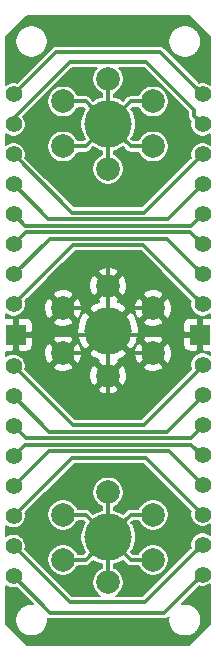
<source format=gbr>
G04 #@! TF.GenerationSoftware,KiCad,Pcbnew,5.1.5-52549c5~84~ubuntu18.04.1*
G04 #@! TF.CreationDate,2020-01-14T19:02:19-08:00*
G04 #@! TF.ProjectId,somos_dielectrode_v1.0,736f6d6f-735f-4646-9965-6c656374726f,rev?*
G04 #@! TF.SameCoordinates,Original*
G04 #@! TF.FileFunction,Copper,L2,Bot*
G04 #@! TF.FilePolarity,Positive*
%FSLAX46Y46*%
G04 Gerber Fmt 4.6, Leading zero omitted, Abs format (unit mm)*
G04 Created by KiCad (PCBNEW 5.1.5-52549c5~84~ubuntu18.04.1) date 2020-01-14 19:02:19*
%MOMM*%
%LPD*%
G04 APERTURE LIST*
%ADD10R,1.700000X1.700000*%
%ADD11C,1.400000*%
%ADD12C,2.000000*%
%ADD13C,4.000000*%
%ADD14C,0.800000*%
%ADD15C,0.350000*%
%ADD16C,0.160000*%
G04 APERTURE END LIST*
D10*
X142200000Y-100330000D03*
X157800000Y-100330000D03*
D11*
X142000000Y-97780000D03*
X142000000Y-95240000D03*
X142000000Y-92700000D03*
X142000000Y-90160000D03*
X142000000Y-87620000D03*
X142000000Y-85080000D03*
X142000000Y-82540000D03*
X142000000Y-80000000D03*
X142000000Y-120780000D03*
X142000000Y-118240000D03*
X142000000Y-115700000D03*
X142000000Y-113160000D03*
X142000000Y-110620000D03*
X142000000Y-108080000D03*
X142000000Y-105540000D03*
X142000000Y-103000000D03*
X158000000Y-120650000D03*
X158000000Y-118110000D03*
X158000000Y-115570000D03*
X158000000Y-113030000D03*
X158000000Y-110490000D03*
X158000000Y-107950000D03*
X158000000Y-105410000D03*
X158000000Y-102870000D03*
X158000000Y-97780000D03*
X158000000Y-95240000D03*
X158000000Y-92700000D03*
X158000000Y-90160000D03*
X158000000Y-87620000D03*
X158000000Y-85080000D03*
X158000000Y-82540000D03*
X158000000Y-80000000D03*
D12*
X146190000Y-115595000D03*
X153810000Y-115595000D03*
X153810000Y-119405000D03*
X146190000Y-119405000D03*
X150000000Y-113690000D03*
X150000000Y-121310000D03*
D13*
X150000000Y-117500000D03*
D12*
X146190000Y-80595000D03*
X153810000Y-80595000D03*
X153810000Y-84405000D03*
X146190000Y-84405000D03*
X150000000Y-78690000D03*
X150000000Y-86310000D03*
D13*
X150000000Y-82500000D03*
X150000000Y-100000000D03*
D12*
X150000000Y-103810000D03*
X150000000Y-96190000D03*
X146190000Y-101905000D03*
X153810000Y-101905000D03*
X153810000Y-98095000D03*
X146190000Y-98095000D03*
D14*
X150000000Y-75000000D03*
X150000000Y-125000000D03*
X148082000Y-112268000D03*
X150000000Y-94000000D03*
X152146000Y-87500000D03*
X150000000Y-105800000D03*
D15*
X154765989Y-76765989D02*
X157300001Y-79300001D01*
X157300001Y-79300001D02*
X158000000Y-80000000D01*
X142000000Y-80000000D02*
X145234011Y-76765989D01*
X154400000Y-76400000D02*
X154765989Y-76765989D01*
X145234011Y-76765989D02*
X145600000Y-76400000D01*
X145600000Y-76400000D02*
X154400000Y-76400000D01*
X157300001Y-81840001D02*
X158000000Y-82540000D01*
X157300001Y-81300001D02*
X157300001Y-81840001D01*
X153216000Y-77216000D02*
X157300001Y-81300001D01*
X146754000Y-77216000D02*
X153216000Y-77216000D01*
X142000000Y-82540000D02*
X142000000Y-81970000D01*
X142000000Y-81970000D02*
X146754000Y-77216000D01*
X146920000Y-90000000D02*
X153080000Y-90000000D01*
X153080000Y-90000000D02*
X157300001Y-85779999D01*
X157300001Y-85779999D02*
X158000000Y-85080000D01*
X142000000Y-85080000D02*
X146920000Y-90000000D01*
X144930011Y-90550011D02*
X155069989Y-90550011D01*
X155069989Y-90550011D02*
X157300001Y-88319999D01*
X142000000Y-87620000D02*
X144930011Y-90550011D01*
X157300001Y-88319999D02*
X158000000Y-87620000D01*
X157300001Y-90859999D02*
X158000000Y-90160000D01*
X142940022Y-91100022D02*
X157059978Y-91100022D01*
X157059978Y-91100022D02*
X157300001Y-90859999D01*
X142000000Y-90160000D02*
X142940022Y-91100022D01*
X143049967Y-91650033D02*
X156950033Y-91650033D01*
X157300001Y-92000001D02*
X158000000Y-92700000D01*
X156950033Y-91650033D02*
X157300001Y-92000001D01*
X142000000Y-92700000D02*
X143049967Y-91650033D01*
X157300001Y-94540001D02*
X158000000Y-95240000D01*
X154960044Y-92200044D02*
X157300001Y-94540001D01*
X145039956Y-92200044D02*
X154960044Y-92200044D01*
X142000000Y-95240000D02*
X145039956Y-92200044D01*
X142000000Y-97780000D02*
X147029945Y-92750055D01*
X147029945Y-92750055D02*
X152970055Y-92750055D01*
X157300001Y-97080001D02*
X158000000Y-97780000D01*
X152970055Y-92750055D02*
X157300001Y-97080001D01*
X154755989Y-123894011D02*
X157300001Y-121349999D01*
X157300001Y-121349999D02*
X158000000Y-120650000D01*
X142000000Y-120780000D02*
X145114011Y-123894011D01*
X145114011Y-123894011D02*
X154755989Y-123894011D01*
X157300001Y-118809999D02*
X158000000Y-118110000D01*
X153110000Y-123000000D02*
X157300001Y-118809999D01*
X142000000Y-118240000D02*
X146760000Y-123000000D01*
X146760000Y-123000000D02*
X153110000Y-123000000D01*
X142000000Y-115700000D02*
X146949945Y-110750055D01*
X146949945Y-110750055D02*
X153180055Y-110750055D01*
X157300001Y-114870001D02*
X158000000Y-115570000D01*
X153180055Y-110750055D02*
X157300001Y-114870001D01*
X142000000Y-113160000D02*
X144959956Y-110200044D01*
X155170044Y-110200044D02*
X157300001Y-112330001D01*
X157300001Y-112330001D02*
X158000000Y-113030000D01*
X144959956Y-110200044D02*
X155170044Y-110200044D01*
X157030033Y-109650033D02*
X158000000Y-110620000D01*
X142969967Y-109650033D02*
X157030033Y-109650033D01*
X142000000Y-110620000D02*
X142969967Y-109650033D01*
X156979978Y-109100022D02*
X158000000Y-108080000D01*
X143020022Y-109100022D02*
X156979978Y-109100022D01*
X142000000Y-108080000D02*
X143020022Y-109100022D01*
X145010011Y-108550011D02*
X154989989Y-108550011D01*
X142000000Y-105540000D02*
X145010011Y-108550011D01*
X154989989Y-108550011D02*
X158000000Y-105540000D01*
X153000000Y-108000000D02*
X158000000Y-103000000D01*
X147000000Y-108000000D02*
X153000000Y-108000000D01*
X142000000Y-103000000D02*
X147000000Y-108000000D01*
X148095000Y-119405000D02*
X150000000Y-117500000D01*
X146190000Y-119405000D02*
X148095000Y-119405000D01*
X151905000Y-119405000D02*
X150000000Y-117500000D01*
X153810000Y-119405000D02*
X151905000Y-119405000D01*
X150000000Y-119895787D02*
X150000000Y-117500000D01*
X150000000Y-121310000D02*
X150000000Y-119895787D01*
X148095000Y-115595000D02*
X150000000Y-117500000D01*
X146190000Y-115595000D02*
X148095000Y-115595000D01*
X151905000Y-115595000D02*
X150000000Y-117500000D01*
X153810000Y-115595000D02*
X151905000Y-115595000D01*
X150000000Y-113690000D02*
X150000000Y-117500000D01*
X150000000Y-78690000D02*
X150000000Y-82500000D01*
X148095000Y-80595000D02*
X150000000Y-82500000D01*
X146190000Y-80595000D02*
X148095000Y-80595000D01*
X151905000Y-80595000D02*
X150000000Y-82500000D01*
X153810000Y-80595000D02*
X151905000Y-80595000D01*
X151905000Y-84405000D02*
X150000000Y-82500000D01*
X153810000Y-84405000D02*
X151905000Y-84405000D01*
X148095000Y-84405000D02*
X150000000Y-82500000D01*
X146190000Y-84405000D02*
X148095000Y-84405000D01*
X150000000Y-84895787D02*
X150000000Y-82500000D01*
X150000000Y-86310000D02*
X150000000Y-84895787D01*
X148095000Y-98095000D02*
X150000000Y-100000000D01*
X146190000Y-98095000D02*
X148095000Y-98095000D01*
X151905000Y-98095000D02*
X150000000Y-100000000D01*
X153810000Y-98095000D02*
X151905000Y-98095000D01*
X151905000Y-101905000D02*
X150000000Y-100000000D01*
X153810000Y-101905000D02*
X151905000Y-101905000D01*
X148095000Y-101905000D02*
X150000000Y-100000000D01*
X146190000Y-101905000D02*
X148095000Y-101905000D01*
X150000000Y-102395787D02*
X150000000Y-100000000D01*
X150000000Y-103810000D02*
X150000000Y-102395787D01*
X150000000Y-96190000D02*
X150000000Y-100000000D01*
X149670000Y-100330000D02*
X150000000Y-100000000D01*
X141986000Y-100330000D02*
X149670000Y-100330000D01*
X150330000Y-100330000D02*
X150000000Y-100000000D01*
X157988000Y-100330000D02*
X150330000Y-100330000D01*
X150000000Y-96190000D02*
X150000000Y-94000000D01*
X150000000Y-103810000D02*
X150000000Y-105800000D01*
D16*
G36*
X158635000Y-124848812D02*
G01*
X156848813Y-126635000D01*
X143151188Y-126635000D01*
X141365000Y-124848813D01*
X141365000Y-121606504D01*
X141507375Y-121701636D01*
X141696643Y-121780033D01*
X141897569Y-121820000D01*
X142102431Y-121820000D01*
X142276964Y-121785283D01*
X143601680Y-123110000D01*
X143363097Y-123110000D01*
X143094552Y-123163417D01*
X142841588Y-123268198D01*
X142613926Y-123420316D01*
X142420316Y-123613926D01*
X142268198Y-123841588D01*
X142163417Y-124094552D01*
X142110000Y-124363097D01*
X142110000Y-124636903D01*
X142163417Y-124905448D01*
X142268198Y-125158412D01*
X142420316Y-125386074D01*
X142613926Y-125579684D01*
X142841588Y-125731802D01*
X143094552Y-125836583D01*
X143363097Y-125890000D01*
X143636903Y-125890000D01*
X143905448Y-125836583D01*
X144158412Y-125731802D01*
X144386074Y-125579684D01*
X144579684Y-125386074D01*
X144731802Y-125158412D01*
X144836583Y-124905448D01*
X144890000Y-124636903D01*
X144890000Y-124363097D01*
X144888916Y-124357646D01*
X144915976Y-124372110D01*
X145013054Y-124401559D01*
X145088718Y-124409011D01*
X145088726Y-124409011D01*
X145114011Y-124411501D01*
X145139296Y-124409011D01*
X154730707Y-124409011D01*
X154755989Y-124411501D01*
X154781271Y-124409011D01*
X154781282Y-124409011D01*
X154856946Y-124401559D01*
X154954024Y-124372110D01*
X155043492Y-124324289D01*
X155121910Y-124259932D01*
X155133276Y-124246083D01*
X155110000Y-124363097D01*
X155110000Y-124636903D01*
X155163417Y-124905448D01*
X155268198Y-125158412D01*
X155420316Y-125386074D01*
X155613926Y-125579684D01*
X155841588Y-125731802D01*
X156094552Y-125836583D01*
X156363097Y-125890000D01*
X156636903Y-125890000D01*
X156905448Y-125836583D01*
X157158412Y-125731802D01*
X157386074Y-125579684D01*
X157579684Y-125386074D01*
X157731802Y-125158412D01*
X157836583Y-124905448D01*
X157890000Y-124636903D01*
X157890000Y-124363097D01*
X157836583Y-124094552D01*
X157731802Y-123841588D01*
X157579684Y-123613926D01*
X157386074Y-123420316D01*
X157158412Y-123268198D01*
X156905448Y-123163417D01*
X156636903Y-123110000D01*
X156363097Y-123110000D01*
X156244786Y-123133534D01*
X157682045Y-121696275D01*
X157682049Y-121696270D01*
X157723036Y-121655283D01*
X157897569Y-121690000D01*
X158102431Y-121690000D01*
X158303357Y-121650033D01*
X158492625Y-121571636D01*
X158635000Y-121476504D01*
X158635000Y-124848812D01*
G37*
X158635000Y-124848812D02*
X156848813Y-126635000D01*
X143151188Y-126635000D01*
X141365000Y-124848813D01*
X141365000Y-121606504D01*
X141507375Y-121701636D01*
X141696643Y-121780033D01*
X141897569Y-121820000D01*
X142102431Y-121820000D01*
X142276964Y-121785283D01*
X143601680Y-123110000D01*
X143363097Y-123110000D01*
X143094552Y-123163417D01*
X142841588Y-123268198D01*
X142613926Y-123420316D01*
X142420316Y-123613926D01*
X142268198Y-123841588D01*
X142163417Y-124094552D01*
X142110000Y-124363097D01*
X142110000Y-124636903D01*
X142163417Y-124905448D01*
X142268198Y-125158412D01*
X142420316Y-125386074D01*
X142613926Y-125579684D01*
X142841588Y-125731802D01*
X143094552Y-125836583D01*
X143363097Y-125890000D01*
X143636903Y-125890000D01*
X143905448Y-125836583D01*
X144158412Y-125731802D01*
X144386074Y-125579684D01*
X144579684Y-125386074D01*
X144731802Y-125158412D01*
X144836583Y-124905448D01*
X144890000Y-124636903D01*
X144890000Y-124363097D01*
X144888916Y-124357646D01*
X144915976Y-124372110D01*
X145013054Y-124401559D01*
X145088718Y-124409011D01*
X145088726Y-124409011D01*
X145114011Y-124411501D01*
X145139296Y-124409011D01*
X154730707Y-124409011D01*
X154755989Y-124411501D01*
X154781271Y-124409011D01*
X154781282Y-124409011D01*
X154856946Y-124401559D01*
X154954024Y-124372110D01*
X155043492Y-124324289D01*
X155121910Y-124259932D01*
X155133276Y-124246083D01*
X155110000Y-124363097D01*
X155110000Y-124636903D01*
X155163417Y-124905448D01*
X155268198Y-125158412D01*
X155420316Y-125386074D01*
X155613926Y-125579684D01*
X155841588Y-125731802D01*
X156094552Y-125836583D01*
X156363097Y-125890000D01*
X156636903Y-125890000D01*
X156905448Y-125836583D01*
X157158412Y-125731802D01*
X157386074Y-125579684D01*
X157579684Y-125386074D01*
X157731802Y-125158412D01*
X157836583Y-124905448D01*
X157890000Y-124636903D01*
X157890000Y-124363097D01*
X157836583Y-124094552D01*
X157731802Y-123841588D01*
X157579684Y-123613926D01*
X157386074Y-123420316D01*
X157158412Y-123268198D01*
X156905448Y-123163417D01*
X156636903Y-123110000D01*
X156363097Y-123110000D01*
X156244786Y-123133534D01*
X157682045Y-121696275D01*
X157682049Y-121696270D01*
X157723036Y-121655283D01*
X157897569Y-121690000D01*
X158102431Y-121690000D01*
X158303357Y-121650033D01*
X158492625Y-121571636D01*
X158635000Y-121476504D01*
X158635000Y-124848812D01*
G36*
X156953726Y-115252046D02*
G01*
X156953731Y-115252050D01*
X156994717Y-115293036D01*
X156960000Y-115467569D01*
X156960000Y-115672431D01*
X156999967Y-115873357D01*
X157078364Y-116062625D01*
X157192179Y-116232961D01*
X157337039Y-116377821D01*
X157507375Y-116491636D01*
X157696643Y-116570033D01*
X157897569Y-116610000D01*
X158102431Y-116610000D01*
X158303357Y-116570033D01*
X158492625Y-116491636D01*
X158635000Y-116396504D01*
X158635000Y-117283496D01*
X158492625Y-117188364D01*
X158303357Y-117109967D01*
X158102431Y-117070000D01*
X157897569Y-117070000D01*
X157696643Y-117109967D01*
X157507375Y-117188364D01*
X157337039Y-117302179D01*
X157192179Y-117447039D01*
X157078364Y-117617375D01*
X156999967Y-117806643D01*
X156960000Y-118007569D01*
X156960000Y-118212431D01*
X156994717Y-118386964D01*
X156953730Y-118427951D01*
X156953725Y-118427955D01*
X152896681Y-122485000D01*
X150653425Y-122485000D01*
X150854200Y-122350846D01*
X151040846Y-122164200D01*
X151187493Y-121944728D01*
X151288505Y-121700864D01*
X151340000Y-121441979D01*
X151340000Y-121178021D01*
X151288505Y-120919136D01*
X151187493Y-120675272D01*
X151040846Y-120455800D01*
X150854200Y-120269154D01*
X150634728Y-120122507D01*
X150515000Y-120072914D01*
X150515000Y-119783403D01*
X150682553Y-119750075D01*
X151108406Y-119573681D01*
X151250450Y-119478770D01*
X151522959Y-119751279D01*
X151539079Y-119770921D01*
X151558721Y-119787041D01*
X151558724Y-119787044D01*
X151617496Y-119835278D01*
X151706964Y-119883099D01*
X151736413Y-119892032D01*
X151804043Y-119912548D01*
X151879707Y-119920000D01*
X151879717Y-119920000D01*
X151905000Y-119922490D01*
X151930282Y-119920000D01*
X152572914Y-119920000D01*
X152622507Y-120039728D01*
X152769154Y-120259200D01*
X152955800Y-120445846D01*
X153175272Y-120592493D01*
X153419136Y-120693505D01*
X153678021Y-120745000D01*
X153941979Y-120745000D01*
X154200864Y-120693505D01*
X154444728Y-120592493D01*
X154664200Y-120445846D01*
X154850846Y-120259200D01*
X154997493Y-120039728D01*
X155098505Y-119795864D01*
X155150000Y-119536979D01*
X155150000Y-119273021D01*
X155098505Y-119014136D01*
X154997493Y-118770272D01*
X154850846Y-118550800D01*
X154664200Y-118364154D01*
X154444728Y-118217507D01*
X154200864Y-118116495D01*
X153941979Y-118065000D01*
X153678021Y-118065000D01*
X153419136Y-118116495D01*
X153175272Y-118217507D01*
X152955800Y-118364154D01*
X152769154Y-118550800D01*
X152622507Y-118770272D01*
X152572914Y-118890000D01*
X152118320Y-118890000D01*
X151978770Y-118750450D01*
X152073681Y-118608406D01*
X152250075Y-118182553D01*
X152340000Y-117730470D01*
X152340000Y-117269530D01*
X152250075Y-116817447D01*
X152073681Y-116391594D01*
X151978770Y-116249550D01*
X152118320Y-116110000D01*
X152572914Y-116110000D01*
X152622507Y-116229728D01*
X152769154Y-116449200D01*
X152955800Y-116635846D01*
X153175272Y-116782493D01*
X153419136Y-116883505D01*
X153678021Y-116935000D01*
X153941979Y-116935000D01*
X154200864Y-116883505D01*
X154444728Y-116782493D01*
X154664200Y-116635846D01*
X154850846Y-116449200D01*
X154997493Y-116229728D01*
X155098505Y-115985864D01*
X155150000Y-115726979D01*
X155150000Y-115463021D01*
X155098505Y-115204136D01*
X154997493Y-114960272D01*
X154850846Y-114740800D01*
X154664200Y-114554154D01*
X154444728Y-114407507D01*
X154200864Y-114306495D01*
X153941979Y-114255000D01*
X153678021Y-114255000D01*
X153419136Y-114306495D01*
X153175272Y-114407507D01*
X152955800Y-114554154D01*
X152769154Y-114740800D01*
X152622507Y-114960272D01*
X152572914Y-115080000D01*
X151930282Y-115080000D01*
X151905000Y-115077510D01*
X151879717Y-115080000D01*
X151879707Y-115080000D01*
X151804043Y-115087452D01*
X151736413Y-115107968D01*
X151706964Y-115116901D01*
X151617496Y-115164722D01*
X151558724Y-115212956D01*
X151558721Y-115212959D01*
X151539079Y-115229079D01*
X151522959Y-115248721D01*
X151250450Y-115521230D01*
X151108406Y-115426319D01*
X150682553Y-115249925D01*
X150515000Y-115216597D01*
X150515000Y-114927086D01*
X150634728Y-114877493D01*
X150854200Y-114730846D01*
X151040846Y-114544200D01*
X151187493Y-114324728D01*
X151288505Y-114080864D01*
X151340000Y-113821979D01*
X151340000Y-113558021D01*
X151288505Y-113299136D01*
X151187493Y-113055272D01*
X151040846Y-112835800D01*
X150854200Y-112649154D01*
X150634728Y-112502507D01*
X150390864Y-112401495D01*
X150131979Y-112350000D01*
X149868021Y-112350000D01*
X149609136Y-112401495D01*
X149365272Y-112502507D01*
X149145800Y-112649154D01*
X148959154Y-112835800D01*
X148812507Y-113055272D01*
X148711495Y-113299136D01*
X148660000Y-113558021D01*
X148660000Y-113821979D01*
X148711495Y-114080864D01*
X148812507Y-114324728D01*
X148959154Y-114544200D01*
X149145800Y-114730846D01*
X149365272Y-114877493D01*
X149485000Y-114927086D01*
X149485000Y-115216597D01*
X149317447Y-115249925D01*
X148891594Y-115426319D01*
X148749550Y-115521230D01*
X148477046Y-115248727D01*
X148460921Y-115229079D01*
X148382503Y-115164722D01*
X148293035Y-115116901D01*
X148195957Y-115087452D01*
X148120293Y-115080000D01*
X148120282Y-115080000D01*
X148095000Y-115077510D01*
X148069718Y-115080000D01*
X147427086Y-115080000D01*
X147377493Y-114960272D01*
X147230846Y-114740800D01*
X147044200Y-114554154D01*
X146824728Y-114407507D01*
X146580864Y-114306495D01*
X146321979Y-114255000D01*
X146058021Y-114255000D01*
X145799136Y-114306495D01*
X145555272Y-114407507D01*
X145335800Y-114554154D01*
X145149154Y-114740800D01*
X145002507Y-114960272D01*
X144901495Y-115204136D01*
X144850000Y-115463021D01*
X144850000Y-115726979D01*
X144901495Y-115985864D01*
X145002507Y-116229728D01*
X145149154Y-116449200D01*
X145335800Y-116635846D01*
X145555272Y-116782493D01*
X145799136Y-116883505D01*
X146058021Y-116935000D01*
X146321979Y-116935000D01*
X146580864Y-116883505D01*
X146824728Y-116782493D01*
X147044200Y-116635846D01*
X147230846Y-116449200D01*
X147377493Y-116229728D01*
X147427086Y-116110000D01*
X147881681Y-116110000D01*
X148021230Y-116249550D01*
X147926319Y-116391594D01*
X147749925Y-116817447D01*
X147660000Y-117269530D01*
X147660000Y-117730470D01*
X147749925Y-118182553D01*
X147926319Y-118608406D01*
X148021230Y-118750450D01*
X147881681Y-118890000D01*
X147427086Y-118890000D01*
X147377493Y-118770272D01*
X147230846Y-118550800D01*
X147044200Y-118364154D01*
X146824728Y-118217507D01*
X146580864Y-118116495D01*
X146321979Y-118065000D01*
X146058021Y-118065000D01*
X145799136Y-118116495D01*
X145555272Y-118217507D01*
X145335800Y-118364154D01*
X145149154Y-118550800D01*
X145002507Y-118770272D01*
X144901495Y-119014136D01*
X144850000Y-119273021D01*
X144850000Y-119536979D01*
X144901495Y-119795864D01*
X145002507Y-120039728D01*
X145149154Y-120259200D01*
X145335800Y-120445846D01*
X145555272Y-120592493D01*
X145799136Y-120693505D01*
X146058021Y-120745000D01*
X146321979Y-120745000D01*
X146580864Y-120693505D01*
X146824728Y-120592493D01*
X147044200Y-120445846D01*
X147230846Y-120259200D01*
X147377493Y-120039728D01*
X147427086Y-119920000D01*
X148069718Y-119920000D01*
X148095000Y-119922490D01*
X148120282Y-119920000D01*
X148120293Y-119920000D01*
X148195957Y-119912548D01*
X148293035Y-119883099D01*
X148382503Y-119835278D01*
X148460921Y-119770921D01*
X148477046Y-119751273D01*
X148749550Y-119478770D01*
X148891594Y-119573681D01*
X149317447Y-119750075D01*
X149485000Y-119783403D01*
X149485000Y-119921079D01*
X149485001Y-119921089D01*
X149485001Y-120072914D01*
X149365272Y-120122507D01*
X149145800Y-120269154D01*
X148959154Y-120455800D01*
X148812507Y-120675272D01*
X148711495Y-120919136D01*
X148660000Y-121178021D01*
X148660000Y-121441979D01*
X148711495Y-121700864D01*
X148812507Y-121944728D01*
X148959154Y-122164200D01*
X149145800Y-122350846D01*
X149346575Y-122485000D01*
X146973320Y-122485000D01*
X143005283Y-118516964D01*
X143040000Y-118342431D01*
X143040000Y-118137569D01*
X143000033Y-117936643D01*
X142921636Y-117747375D01*
X142807821Y-117577039D01*
X142662961Y-117432179D01*
X142492625Y-117318364D01*
X142303357Y-117239967D01*
X142102431Y-117200000D01*
X141897569Y-117200000D01*
X141696643Y-117239967D01*
X141507375Y-117318364D01*
X141365000Y-117413496D01*
X141365000Y-116526504D01*
X141507375Y-116621636D01*
X141696643Y-116700033D01*
X141897569Y-116740000D01*
X142102431Y-116740000D01*
X142303357Y-116700033D01*
X142492625Y-116621636D01*
X142662961Y-116507821D01*
X142807821Y-116362961D01*
X142921636Y-116192625D01*
X143000033Y-116003357D01*
X143040000Y-115802431D01*
X143040000Y-115597569D01*
X143005283Y-115423036D01*
X147163265Y-111265055D01*
X152966736Y-111265055D01*
X156953726Y-115252046D01*
G37*
X156953726Y-115252046D02*
X156953731Y-115252050D01*
X156994717Y-115293036D01*
X156960000Y-115467569D01*
X156960000Y-115672431D01*
X156999967Y-115873357D01*
X157078364Y-116062625D01*
X157192179Y-116232961D01*
X157337039Y-116377821D01*
X157507375Y-116491636D01*
X157696643Y-116570033D01*
X157897569Y-116610000D01*
X158102431Y-116610000D01*
X158303357Y-116570033D01*
X158492625Y-116491636D01*
X158635000Y-116396504D01*
X158635000Y-117283496D01*
X158492625Y-117188364D01*
X158303357Y-117109967D01*
X158102431Y-117070000D01*
X157897569Y-117070000D01*
X157696643Y-117109967D01*
X157507375Y-117188364D01*
X157337039Y-117302179D01*
X157192179Y-117447039D01*
X157078364Y-117617375D01*
X156999967Y-117806643D01*
X156960000Y-118007569D01*
X156960000Y-118212431D01*
X156994717Y-118386964D01*
X156953730Y-118427951D01*
X156953725Y-118427955D01*
X152896681Y-122485000D01*
X150653425Y-122485000D01*
X150854200Y-122350846D01*
X151040846Y-122164200D01*
X151187493Y-121944728D01*
X151288505Y-121700864D01*
X151340000Y-121441979D01*
X151340000Y-121178021D01*
X151288505Y-120919136D01*
X151187493Y-120675272D01*
X151040846Y-120455800D01*
X150854200Y-120269154D01*
X150634728Y-120122507D01*
X150515000Y-120072914D01*
X150515000Y-119783403D01*
X150682553Y-119750075D01*
X151108406Y-119573681D01*
X151250450Y-119478770D01*
X151522959Y-119751279D01*
X151539079Y-119770921D01*
X151558721Y-119787041D01*
X151558724Y-119787044D01*
X151617496Y-119835278D01*
X151706964Y-119883099D01*
X151736413Y-119892032D01*
X151804043Y-119912548D01*
X151879707Y-119920000D01*
X151879717Y-119920000D01*
X151905000Y-119922490D01*
X151930282Y-119920000D01*
X152572914Y-119920000D01*
X152622507Y-120039728D01*
X152769154Y-120259200D01*
X152955800Y-120445846D01*
X153175272Y-120592493D01*
X153419136Y-120693505D01*
X153678021Y-120745000D01*
X153941979Y-120745000D01*
X154200864Y-120693505D01*
X154444728Y-120592493D01*
X154664200Y-120445846D01*
X154850846Y-120259200D01*
X154997493Y-120039728D01*
X155098505Y-119795864D01*
X155150000Y-119536979D01*
X155150000Y-119273021D01*
X155098505Y-119014136D01*
X154997493Y-118770272D01*
X154850846Y-118550800D01*
X154664200Y-118364154D01*
X154444728Y-118217507D01*
X154200864Y-118116495D01*
X153941979Y-118065000D01*
X153678021Y-118065000D01*
X153419136Y-118116495D01*
X153175272Y-118217507D01*
X152955800Y-118364154D01*
X152769154Y-118550800D01*
X152622507Y-118770272D01*
X152572914Y-118890000D01*
X152118320Y-118890000D01*
X151978770Y-118750450D01*
X152073681Y-118608406D01*
X152250075Y-118182553D01*
X152340000Y-117730470D01*
X152340000Y-117269530D01*
X152250075Y-116817447D01*
X152073681Y-116391594D01*
X151978770Y-116249550D01*
X152118320Y-116110000D01*
X152572914Y-116110000D01*
X152622507Y-116229728D01*
X152769154Y-116449200D01*
X152955800Y-116635846D01*
X153175272Y-116782493D01*
X153419136Y-116883505D01*
X153678021Y-116935000D01*
X153941979Y-116935000D01*
X154200864Y-116883505D01*
X154444728Y-116782493D01*
X154664200Y-116635846D01*
X154850846Y-116449200D01*
X154997493Y-116229728D01*
X155098505Y-115985864D01*
X155150000Y-115726979D01*
X155150000Y-115463021D01*
X155098505Y-115204136D01*
X154997493Y-114960272D01*
X154850846Y-114740800D01*
X154664200Y-114554154D01*
X154444728Y-114407507D01*
X154200864Y-114306495D01*
X153941979Y-114255000D01*
X153678021Y-114255000D01*
X153419136Y-114306495D01*
X153175272Y-114407507D01*
X152955800Y-114554154D01*
X152769154Y-114740800D01*
X152622507Y-114960272D01*
X152572914Y-115080000D01*
X151930282Y-115080000D01*
X151905000Y-115077510D01*
X151879717Y-115080000D01*
X151879707Y-115080000D01*
X151804043Y-115087452D01*
X151736413Y-115107968D01*
X151706964Y-115116901D01*
X151617496Y-115164722D01*
X151558724Y-115212956D01*
X151558721Y-115212959D01*
X151539079Y-115229079D01*
X151522959Y-115248721D01*
X151250450Y-115521230D01*
X151108406Y-115426319D01*
X150682553Y-115249925D01*
X150515000Y-115216597D01*
X150515000Y-114927086D01*
X150634728Y-114877493D01*
X150854200Y-114730846D01*
X151040846Y-114544200D01*
X151187493Y-114324728D01*
X151288505Y-114080864D01*
X151340000Y-113821979D01*
X151340000Y-113558021D01*
X151288505Y-113299136D01*
X151187493Y-113055272D01*
X151040846Y-112835800D01*
X150854200Y-112649154D01*
X150634728Y-112502507D01*
X150390864Y-112401495D01*
X150131979Y-112350000D01*
X149868021Y-112350000D01*
X149609136Y-112401495D01*
X149365272Y-112502507D01*
X149145800Y-112649154D01*
X148959154Y-112835800D01*
X148812507Y-113055272D01*
X148711495Y-113299136D01*
X148660000Y-113558021D01*
X148660000Y-113821979D01*
X148711495Y-114080864D01*
X148812507Y-114324728D01*
X148959154Y-114544200D01*
X149145800Y-114730846D01*
X149365272Y-114877493D01*
X149485000Y-114927086D01*
X149485000Y-115216597D01*
X149317447Y-115249925D01*
X148891594Y-115426319D01*
X148749550Y-115521230D01*
X148477046Y-115248727D01*
X148460921Y-115229079D01*
X148382503Y-115164722D01*
X148293035Y-115116901D01*
X148195957Y-115087452D01*
X148120293Y-115080000D01*
X148120282Y-115080000D01*
X148095000Y-115077510D01*
X148069718Y-115080000D01*
X147427086Y-115080000D01*
X147377493Y-114960272D01*
X147230846Y-114740800D01*
X147044200Y-114554154D01*
X146824728Y-114407507D01*
X146580864Y-114306495D01*
X146321979Y-114255000D01*
X146058021Y-114255000D01*
X145799136Y-114306495D01*
X145555272Y-114407507D01*
X145335800Y-114554154D01*
X145149154Y-114740800D01*
X145002507Y-114960272D01*
X144901495Y-115204136D01*
X144850000Y-115463021D01*
X144850000Y-115726979D01*
X144901495Y-115985864D01*
X145002507Y-116229728D01*
X145149154Y-116449200D01*
X145335800Y-116635846D01*
X145555272Y-116782493D01*
X145799136Y-116883505D01*
X146058021Y-116935000D01*
X146321979Y-116935000D01*
X146580864Y-116883505D01*
X146824728Y-116782493D01*
X147044200Y-116635846D01*
X147230846Y-116449200D01*
X147377493Y-116229728D01*
X147427086Y-116110000D01*
X147881681Y-116110000D01*
X148021230Y-116249550D01*
X147926319Y-116391594D01*
X147749925Y-116817447D01*
X147660000Y-117269530D01*
X147660000Y-117730470D01*
X147749925Y-118182553D01*
X147926319Y-118608406D01*
X148021230Y-118750450D01*
X147881681Y-118890000D01*
X147427086Y-118890000D01*
X147377493Y-118770272D01*
X147230846Y-118550800D01*
X147044200Y-118364154D01*
X146824728Y-118217507D01*
X146580864Y-118116495D01*
X146321979Y-118065000D01*
X146058021Y-118065000D01*
X145799136Y-118116495D01*
X145555272Y-118217507D01*
X145335800Y-118364154D01*
X145149154Y-118550800D01*
X145002507Y-118770272D01*
X144901495Y-119014136D01*
X144850000Y-119273021D01*
X144850000Y-119536979D01*
X144901495Y-119795864D01*
X145002507Y-120039728D01*
X145149154Y-120259200D01*
X145335800Y-120445846D01*
X145555272Y-120592493D01*
X145799136Y-120693505D01*
X146058021Y-120745000D01*
X146321979Y-120745000D01*
X146580864Y-120693505D01*
X146824728Y-120592493D01*
X147044200Y-120445846D01*
X147230846Y-120259200D01*
X147377493Y-120039728D01*
X147427086Y-119920000D01*
X148069718Y-119920000D01*
X148095000Y-119922490D01*
X148120282Y-119920000D01*
X148120293Y-119920000D01*
X148195957Y-119912548D01*
X148293035Y-119883099D01*
X148382503Y-119835278D01*
X148460921Y-119770921D01*
X148477046Y-119751273D01*
X148749550Y-119478770D01*
X148891594Y-119573681D01*
X149317447Y-119750075D01*
X149485000Y-119783403D01*
X149485000Y-119921079D01*
X149485001Y-119921089D01*
X149485001Y-120072914D01*
X149365272Y-120122507D01*
X149145800Y-120269154D01*
X148959154Y-120455800D01*
X148812507Y-120675272D01*
X148711495Y-120919136D01*
X148660000Y-121178021D01*
X148660000Y-121441979D01*
X148711495Y-121700864D01*
X148812507Y-121944728D01*
X148959154Y-122164200D01*
X149145800Y-122350846D01*
X149346575Y-122485000D01*
X146973320Y-122485000D01*
X143005283Y-118516964D01*
X143040000Y-118342431D01*
X143040000Y-118137569D01*
X143000033Y-117936643D01*
X142921636Y-117747375D01*
X142807821Y-117577039D01*
X142662961Y-117432179D01*
X142492625Y-117318364D01*
X142303357Y-117239967D01*
X142102431Y-117200000D01*
X141897569Y-117200000D01*
X141696643Y-117239967D01*
X141507375Y-117318364D01*
X141365000Y-117413496D01*
X141365000Y-116526504D01*
X141507375Y-116621636D01*
X141696643Y-116700033D01*
X141897569Y-116740000D01*
X142102431Y-116740000D01*
X142303357Y-116700033D01*
X142492625Y-116621636D01*
X142662961Y-116507821D01*
X142807821Y-116362961D01*
X142921636Y-116192625D01*
X143000033Y-116003357D01*
X143040000Y-115802431D01*
X143040000Y-115597569D01*
X143005283Y-115423036D01*
X147163265Y-111265055D01*
X152966736Y-111265055D01*
X156953726Y-115252046D01*
G36*
X156953725Y-97462045D02*
G01*
X156953730Y-97462049D01*
X156994717Y-97503036D01*
X156960000Y-97677569D01*
X156960000Y-97882431D01*
X156999967Y-98083357D01*
X157078364Y-98272625D01*
X157192179Y-98442961D01*
X157337039Y-98587821D01*
X157507375Y-98701636D01*
X157696643Y-98780033D01*
X157897569Y-98820000D01*
X158102431Y-98820000D01*
X158303357Y-98780033D01*
X158492625Y-98701636D01*
X158635001Y-98606504D01*
X158635001Y-98889236D01*
X158121000Y-98892000D01*
X157974000Y-99039000D01*
X157974000Y-100156000D01*
X157994000Y-100156000D01*
X157994000Y-100504000D01*
X157974000Y-100504000D01*
X157974000Y-101621000D01*
X158121000Y-101768000D01*
X158635000Y-101770764D01*
X158635000Y-102043496D01*
X158492625Y-101948364D01*
X158303357Y-101869967D01*
X158102431Y-101830000D01*
X157897569Y-101830000D01*
X157696643Y-101869967D01*
X157507375Y-101948364D01*
X157337039Y-102062179D01*
X157192179Y-102207039D01*
X157078364Y-102377375D01*
X156999967Y-102566643D01*
X156960000Y-102767569D01*
X156960000Y-102972431D01*
X156999967Y-103173357D01*
X157028775Y-103242905D01*
X152786681Y-107485000D01*
X147213320Y-107485000D01*
X144678315Y-104949995D01*
X149106078Y-104949995D01*
X149208442Y-105195512D01*
X149493951Y-105323315D01*
X149798908Y-105392962D01*
X150111592Y-105401777D01*
X150419988Y-105349422D01*
X150712245Y-105237906D01*
X150791558Y-105195512D01*
X150893922Y-104949995D01*
X150000000Y-104056073D01*
X149106078Y-104949995D01*
X144678315Y-104949995D01*
X143649912Y-103921592D01*
X148408223Y-103921592D01*
X148460578Y-104229988D01*
X148572094Y-104522245D01*
X148614488Y-104601558D01*
X148860005Y-104703922D01*
X149753927Y-103810000D01*
X150246073Y-103810000D01*
X151139995Y-104703922D01*
X151385512Y-104601558D01*
X151513315Y-104316049D01*
X151582962Y-104011092D01*
X151591777Y-103698408D01*
X151539422Y-103390012D01*
X151427906Y-103097755D01*
X151399705Y-103044995D01*
X152916078Y-103044995D01*
X153018442Y-103290512D01*
X153303951Y-103418315D01*
X153608908Y-103487962D01*
X153921592Y-103496777D01*
X154229988Y-103444422D01*
X154522245Y-103332906D01*
X154601558Y-103290512D01*
X154703922Y-103044995D01*
X153810000Y-102151073D01*
X152916078Y-103044995D01*
X151399705Y-103044995D01*
X151385512Y-103018442D01*
X151139995Y-102916078D01*
X150246073Y-103810000D01*
X149753927Y-103810000D01*
X148860005Y-102916078D01*
X148614488Y-103018442D01*
X148486685Y-103303951D01*
X148417038Y-103608908D01*
X148408223Y-103921592D01*
X143649912Y-103921592D01*
X143005283Y-103276964D01*
X143040000Y-103102431D01*
X143040000Y-103044995D01*
X145296078Y-103044995D01*
X145398442Y-103290512D01*
X145683951Y-103418315D01*
X145988908Y-103487962D01*
X146301592Y-103496777D01*
X146609988Y-103444422D01*
X146902245Y-103332906D01*
X146981558Y-103290512D01*
X147083922Y-103044995D01*
X146190000Y-102151073D01*
X145296078Y-103044995D01*
X143040000Y-103044995D01*
X143040000Y-102897569D01*
X143000033Y-102696643D01*
X142921636Y-102507375D01*
X142807821Y-102337039D01*
X142662961Y-102192179D01*
X142492625Y-102078364D01*
X142343494Y-102016592D01*
X144598223Y-102016592D01*
X144650578Y-102324988D01*
X144762094Y-102617245D01*
X144804488Y-102696558D01*
X145050005Y-102798922D01*
X145943927Y-101905000D01*
X146436073Y-101905000D01*
X147329995Y-102798922D01*
X147575512Y-102696558D01*
X147703315Y-102411049D01*
X147772962Y-102106092D01*
X147780080Y-101853570D01*
X148392503Y-101853570D01*
X148615646Y-102201426D01*
X149071723Y-102429200D01*
X149192691Y-102462267D01*
X149106078Y-102670005D01*
X150000000Y-103563927D01*
X150893922Y-102670005D01*
X150806075Y-102459306D01*
X151061313Y-102374095D01*
X151384354Y-102201426D01*
X151502921Y-102016592D01*
X152218223Y-102016592D01*
X152270578Y-102324988D01*
X152382094Y-102617245D01*
X152424488Y-102696558D01*
X152670005Y-102798922D01*
X153563927Y-101905000D01*
X154056073Y-101905000D01*
X154949995Y-102798922D01*
X155195512Y-102696558D01*
X155323315Y-102411049D01*
X155392962Y-102106092D01*
X155401777Y-101793408D01*
X155349422Y-101485012D01*
X155237906Y-101192755D01*
X155231089Y-101180000D01*
X156359155Y-101180000D01*
X156370508Y-101295268D01*
X156404130Y-101406107D01*
X156458730Y-101508256D01*
X156532209Y-101597791D01*
X156621744Y-101671270D01*
X156723893Y-101725870D01*
X156834732Y-101759492D01*
X156950000Y-101770845D01*
X157479000Y-101768000D01*
X157626000Y-101621000D01*
X157626000Y-100504000D01*
X156509000Y-100504000D01*
X156362000Y-100651000D01*
X156359155Y-101180000D01*
X155231089Y-101180000D01*
X155195512Y-101113442D01*
X154949995Y-101011078D01*
X154056073Y-101905000D01*
X153563927Y-101905000D01*
X152670005Y-101011078D01*
X152424488Y-101113442D01*
X152296685Y-101398951D01*
X152227038Y-101703908D01*
X152218223Y-102016592D01*
X151502921Y-102016592D01*
X151607497Y-101853570D01*
X150000000Y-100246073D01*
X148392503Y-101853570D01*
X147780080Y-101853570D01*
X147781777Y-101793408D01*
X147729422Y-101485012D01*
X147617906Y-101192755D01*
X147575512Y-101113442D01*
X147329995Y-101011078D01*
X146436073Y-101905000D01*
X145943927Y-101905000D01*
X145050005Y-101011078D01*
X144804488Y-101113442D01*
X144676685Y-101398951D01*
X144607038Y-101703908D01*
X144598223Y-102016592D01*
X142343494Y-102016592D01*
X142303357Y-101999967D01*
X142102431Y-101960000D01*
X141897569Y-101960000D01*
X141696643Y-101999967D01*
X141507375Y-102078364D01*
X141365000Y-102173496D01*
X141365000Y-101770764D01*
X141879000Y-101768000D01*
X142026000Y-101621000D01*
X142026000Y-100504000D01*
X142374000Y-100504000D01*
X142374000Y-101621000D01*
X142521000Y-101768000D01*
X143050000Y-101770845D01*
X143165268Y-101759492D01*
X143276107Y-101725870D01*
X143378256Y-101671270D01*
X143467791Y-101597791D01*
X143541270Y-101508256D01*
X143595870Y-101406107D01*
X143629492Y-101295268D01*
X143640845Y-101180000D01*
X143638614Y-100765005D01*
X145296078Y-100765005D01*
X146190000Y-101658927D01*
X147083922Y-100765005D01*
X146981558Y-100519488D01*
X146696049Y-100391685D01*
X146391092Y-100322038D01*
X146078408Y-100313223D01*
X145770012Y-100365578D01*
X145477755Y-100477094D01*
X145398442Y-100519488D01*
X145296078Y-100765005D01*
X143638614Y-100765005D01*
X143638000Y-100651000D01*
X143491000Y-100504000D01*
X142374000Y-100504000D01*
X142026000Y-100504000D01*
X142006000Y-100504000D01*
X142006000Y-100156000D01*
X142026000Y-100156000D01*
X142026000Y-99039000D01*
X142374000Y-99039000D01*
X142374000Y-100156000D01*
X143491000Y-100156000D01*
X143575002Y-100071998D01*
X147400475Y-100071998D01*
X147464471Y-100577757D01*
X147625905Y-101061313D01*
X147798574Y-101384354D01*
X148146430Y-101607497D01*
X149753927Y-100000000D01*
X150246073Y-100000000D01*
X151853570Y-101607497D01*
X152201426Y-101384354D01*
X152429200Y-100928277D01*
X152473831Y-100765005D01*
X152916078Y-100765005D01*
X153810000Y-101658927D01*
X154703922Y-100765005D01*
X154601558Y-100519488D01*
X154316049Y-100391685D01*
X154011092Y-100322038D01*
X153698408Y-100313223D01*
X153390012Y-100365578D01*
X153097755Y-100477094D01*
X153018442Y-100519488D01*
X152916078Y-100765005D01*
X152473831Y-100765005D01*
X152563622Y-100436527D01*
X152599525Y-99928002D01*
X152535529Y-99422243D01*
X152473017Y-99234995D01*
X152916078Y-99234995D01*
X153018442Y-99480512D01*
X153303951Y-99608315D01*
X153608908Y-99677962D01*
X153921592Y-99686777D01*
X154229988Y-99634422D01*
X154522245Y-99522906D01*
X154601558Y-99480512D01*
X154601771Y-99480000D01*
X156359155Y-99480000D01*
X156362000Y-100009000D01*
X156509000Y-100156000D01*
X157626000Y-100156000D01*
X157626000Y-99039000D01*
X157479000Y-98892000D01*
X156950000Y-98889155D01*
X156834732Y-98900508D01*
X156723893Y-98934130D01*
X156621744Y-98988730D01*
X156532209Y-99062209D01*
X156458730Y-99151744D01*
X156404130Y-99253893D01*
X156370508Y-99364732D01*
X156359155Y-99480000D01*
X154601771Y-99480000D01*
X154703922Y-99234995D01*
X153810000Y-98341073D01*
X152916078Y-99234995D01*
X152473017Y-99234995D01*
X152374095Y-98938687D01*
X152201426Y-98615646D01*
X151853570Y-98392503D01*
X150246073Y-100000000D01*
X149753927Y-100000000D01*
X148146430Y-98392503D01*
X147798574Y-98615646D01*
X147570800Y-99071723D01*
X147436378Y-99563473D01*
X147400475Y-100071998D01*
X143575002Y-100071998D01*
X143638000Y-100009000D01*
X143640845Y-99480000D01*
X143629492Y-99364732D01*
X143595870Y-99253893D01*
X143585769Y-99234995D01*
X145296078Y-99234995D01*
X145398442Y-99480512D01*
X145683951Y-99608315D01*
X145988908Y-99677962D01*
X146301592Y-99686777D01*
X146609988Y-99634422D01*
X146902245Y-99522906D01*
X146981558Y-99480512D01*
X147083922Y-99234995D01*
X146190000Y-98341073D01*
X145296078Y-99234995D01*
X143585769Y-99234995D01*
X143541270Y-99151744D01*
X143467791Y-99062209D01*
X143378256Y-98988730D01*
X143276107Y-98934130D01*
X143165268Y-98900508D01*
X143050000Y-98889155D01*
X142521000Y-98892000D01*
X142374000Y-99039000D01*
X142026000Y-99039000D01*
X141879000Y-98892000D01*
X141365000Y-98889236D01*
X141365000Y-98606504D01*
X141507375Y-98701636D01*
X141696643Y-98780033D01*
X141897569Y-98820000D01*
X142102431Y-98820000D01*
X142303357Y-98780033D01*
X142492625Y-98701636D01*
X142662961Y-98587821D01*
X142807821Y-98442961D01*
X142921636Y-98272625D01*
X142948987Y-98206592D01*
X144598223Y-98206592D01*
X144650578Y-98514988D01*
X144762094Y-98807245D01*
X144804488Y-98886558D01*
X145050005Y-98988922D01*
X145943927Y-98095000D01*
X146436073Y-98095000D01*
X147329995Y-98988922D01*
X147575512Y-98886558D01*
X147703315Y-98601049D01*
X147772962Y-98296092D01*
X147777181Y-98146430D01*
X148392503Y-98146430D01*
X150000000Y-99753927D01*
X151547335Y-98206592D01*
X152218223Y-98206592D01*
X152270578Y-98514988D01*
X152382094Y-98807245D01*
X152424488Y-98886558D01*
X152670005Y-98988922D01*
X153563927Y-98095000D01*
X154056073Y-98095000D01*
X154949995Y-98988922D01*
X155195512Y-98886558D01*
X155323315Y-98601049D01*
X155392962Y-98296092D01*
X155401777Y-97983408D01*
X155349422Y-97675012D01*
X155237906Y-97382755D01*
X155195512Y-97303442D01*
X154949995Y-97201078D01*
X154056073Y-98095000D01*
X153563927Y-98095000D01*
X152670005Y-97201078D01*
X152424488Y-97303442D01*
X152296685Y-97588951D01*
X152227038Y-97893908D01*
X152218223Y-98206592D01*
X151547335Y-98206592D01*
X151607497Y-98146430D01*
X151384354Y-97798574D01*
X150928277Y-97570800D01*
X150807309Y-97537733D01*
X150893922Y-97329995D01*
X150000000Y-96436073D01*
X149106078Y-97329995D01*
X149193925Y-97540694D01*
X148938687Y-97625905D01*
X148615646Y-97798574D01*
X148392503Y-98146430D01*
X147777181Y-98146430D01*
X147781777Y-97983408D01*
X147729422Y-97675012D01*
X147617906Y-97382755D01*
X147575512Y-97303442D01*
X147329995Y-97201078D01*
X146436073Y-98095000D01*
X145943927Y-98095000D01*
X145050005Y-97201078D01*
X144804488Y-97303442D01*
X144676685Y-97588951D01*
X144607038Y-97893908D01*
X144598223Y-98206592D01*
X142948987Y-98206592D01*
X143000033Y-98083357D01*
X143040000Y-97882431D01*
X143040000Y-97677569D01*
X143005283Y-97503036D01*
X143553314Y-96955005D01*
X145296078Y-96955005D01*
X146190000Y-97848927D01*
X147083922Y-96955005D01*
X146981558Y-96709488D01*
X146696049Y-96581685D01*
X146391092Y-96512038D01*
X146078408Y-96503223D01*
X145770012Y-96555578D01*
X145477755Y-96667094D01*
X145398442Y-96709488D01*
X145296078Y-96955005D01*
X143553314Y-96955005D01*
X144206727Y-96301592D01*
X148408223Y-96301592D01*
X148460578Y-96609988D01*
X148572094Y-96902245D01*
X148614488Y-96981558D01*
X148860005Y-97083922D01*
X149753927Y-96190000D01*
X150246073Y-96190000D01*
X151139995Y-97083922D01*
X151385512Y-96981558D01*
X151397397Y-96955005D01*
X152916078Y-96955005D01*
X153810000Y-97848927D01*
X154703922Y-96955005D01*
X154601558Y-96709488D01*
X154316049Y-96581685D01*
X154011092Y-96512038D01*
X153698408Y-96503223D01*
X153390012Y-96555578D01*
X153097755Y-96667094D01*
X153018442Y-96709488D01*
X152916078Y-96955005D01*
X151397397Y-96955005D01*
X151513315Y-96696049D01*
X151582962Y-96391092D01*
X151591777Y-96078408D01*
X151539422Y-95770012D01*
X151427906Y-95477755D01*
X151385512Y-95398442D01*
X151139995Y-95296078D01*
X150246073Y-96190000D01*
X149753927Y-96190000D01*
X148860005Y-95296078D01*
X148614488Y-95398442D01*
X148486685Y-95683951D01*
X148417038Y-95988908D01*
X148408223Y-96301592D01*
X144206727Y-96301592D01*
X145458314Y-95050005D01*
X149106078Y-95050005D01*
X150000000Y-95943927D01*
X150893922Y-95050005D01*
X150791558Y-94804488D01*
X150506049Y-94676685D01*
X150201092Y-94607038D01*
X149888408Y-94598223D01*
X149580012Y-94650578D01*
X149287755Y-94762094D01*
X149208442Y-94804488D01*
X149106078Y-95050005D01*
X145458314Y-95050005D01*
X147243265Y-93265055D01*
X152756736Y-93265055D01*
X156953725Y-97462045D01*
G37*
X156953725Y-97462045D02*
X156953730Y-97462049D01*
X156994717Y-97503036D01*
X156960000Y-97677569D01*
X156960000Y-97882431D01*
X156999967Y-98083357D01*
X157078364Y-98272625D01*
X157192179Y-98442961D01*
X157337039Y-98587821D01*
X157507375Y-98701636D01*
X157696643Y-98780033D01*
X157897569Y-98820000D01*
X158102431Y-98820000D01*
X158303357Y-98780033D01*
X158492625Y-98701636D01*
X158635001Y-98606504D01*
X158635001Y-98889236D01*
X158121000Y-98892000D01*
X157974000Y-99039000D01*
X157974000Y-100156000D01*
X157994000Y-100156000D01*
X157994000Y-100504000D01*
X157974000Y-100504000D01*
X157974000Y-101621000D01*
X158121000Y-101768000D01*
X158635000Y-101770764D01*
X158635000Y-102043496D01*
X158492625Y-101948364D01*
X158303357Y-101869967D01*
X158102431Y-101830000D01*
X157897569Y-101830000D01*
X157696643Y-101869967D01*
X157507375Y-101948364D01*
X157337039Y-102062179D01*
X157192179Y-102207039D01*
X157078364Y-102377375D01*
X156999967Y-102566643D01*
X156960000Y-102767569D01*
X156960000Y-102972431D01*
X156999967Y-103173357D01*
X157028775Y-103242905D01*
X152786681Y-107485000D01*
X147213320Y-107485000D01*
X144678315Y-104949995D01*
X149106078Y-104949995D01*
X149208442Y-105195512D01*
X149493951Y-105323315D01*
X149798908Y-105392962D01*
X150111592Y-105401777D01*
X150419988Y-105349422D01*
X150712245Y-105237906D01*
X150791558Y-105195512D01*
X150893922Y-104949995D01*
X150000000Y-104056073D01*
X149106078Y-104949995D01*
X144678315Y-104949995D01*
X143649912Y-103921592D01*
X148408223Y-103921592D01*
X148460578Y-104229988D01*
X148572094Y-104522245D01*
X148614488Y-104601558D01*
X148860005Y-104703922D01*
X149753927Y-103810000D01*
X150246073Y-103810000D01*
X151139995Y-104703922D01*
X151385512Y-104601558D01*
X151513315Y-104316049D01*
X151582962Y-104011092D01*
X151591777Y-103698408D01*
X151539422Y-103390012D01*
X151427906Y-103097755D01*
X151399705Y-103044995D01*
X152916078Y-103044995D01*
X153018442Y-103290512D01*
X153303951Y-103418315D01*
X153608908Y-103487962D01*
X153921592Y-103496777D01*
X154229988Y-103444422D01*
X154522245Y-103332906D01*
X154601558Y-103290512D01*
X154703922Y-103044995D01*
X153810000Y-102151073D01*
X152916078Y-103044995D01*
X151399705Y-103044995D01*
X151385512Y-103018442D01*
X151139995Y-102916078D01*
X150246073Y-103810000D01*
X149753927Y-103810000D01*
X148860005Y-102916078D01*
X148614488Y-103018442D01*
X148486685Y-103303951D01*
X148417038Y-103608908D01*
X148408223Y-103921592D01*
X143649912Y-103921592D01*
X143005283Y-103276964D01*
X143040000Y-103102431D01*
X143040000Y-103044995D01*
X145296078Y-103044995D01*
X145398442Y-103290512D01*
X145683951Y-103418315D01*
X145988908Y-103487962D01*
X146301592Y-103496777D01*
X146609988Y-103444422D01*
X146902245Y-103332906D01*
X146981558Y-103290512D01*
X147083922Y-103044995D01*
X146190000Y-102151073D01*
X145296078Y-103044995D01*
X143040000Y-103044995D01*
X143040000Y-102897569D01*
X143000033Y-102696643D01*
X142921636Y-102507375D01*
X142807821Y-102337039D01*
X142662961Y-102192179D01*
X142492625Y-102078364D01*
X142343494Y-102016592D01*
X144598223Y-102016592D01*
X144650578Y-102324988D01*
X144762094Y-102617245D01*
X144804488Y-102696558D01*
X145050005Y-102798922D01*
X145943927Y-101905000D01*
X146436073Y-101905000D01*
X147329995Y-102798922D01*
X147575512Y-102696558D01*
X147703315Y-102411049D01*
X147772962Y-102106092D01*
X147780080Y-101853570D01*
X148392503Y-101853570D01*
X148615646Y-102201426D01*
X149071723Y-102429200D01*
X149192691Y-102462267D01*
X149106078Y-102670005D01*
X150000000Y-103563927D01*
X150893922Y-102670005D01*
X150806075Y-102459306D01*
X151061313Y-102374095D01*
X151384354Y-102201426D01*
X151502921Y-102016592D01*
X152218223Y-102016592D01*
X152270578Y-102324988D01*
X152382094Y-102617245D01*
X152424488Y-102696558D01*
X152670005Y-102798922D01*
X153563927Y-101905000D01*
X154056073Y-101905000D01*
X154949995Y-102798922D01*
X155195512Y-102696558D01*
X155323315Y-102411049D01*
X155392962Y-102106092D01*
X155401777Y-101793408D01*
X155349422Y-101485012D01*
X155237906Y-101192755D01*
X155231089Y-101180000D01*
X156359155Y-101180000D01*
X156370508Y-101295268D01*
X156404130Y-101406107D01*
X156458730Y-101508256D01*
X156532209Y-101597791D01*
X156621744Y-101671270D01*
X156723893Y-101725870D01*
X156834732Y-101759492D01*
X156950000Y-101770845D01*
X157479000Y-101768000D01*
X157626000Y-101621000D01*
X157626000Y-100504000D01*
X156509000Y-100504000D01*
X156362000Y-100651000D01*
X156359155Y-101180000D01*
X155231089Y-101180000D01*
X155195512Y-101113442D01*
X154949995Y-101011078D01*
X154056073Y-101905000D01*
X153563927Y-101905000D01*
X152670005Y-101011078D01*
X152424488Y-101113442D01*
X152296685Y-101398951D01*
X152227038Y-101703908D01*
X152218223Y-102016592D01*
X151502921Y-102016592D01*
X151607497Y-101853570D01*
X150000000Y-100246073D01*
X148392503Y-101853570D01*
X147780080Y-101853570D01*
X147781777Y-101793408D01*
X147729422Y-101485012D01*
X147617906Y-101192755D01*
X147575512Y-101113442D01*
X147329995Y-101011078D01*
X146436073Y-101905000D01*
X145943927Y-101905000D01*
X145050005Y-101011078D01*
X144804488Y-101113442D01*
X144676685Y-101398951D01*
X144607038Y-101703908D01*
X144598223Y-102016592D01*
X142343494Y-102016592D01*
X142303357Y-101999967D01*
X142102431Y-101960000D01*
X141897569Y-101960000D01*
X141696643Y-101999967D01*
X141507375Y-102078364D01*
X141365000Y-102173496D01*
X141365000Y-101770764D01*
X141879000Y-101768000D01*
X142026000Y-101621000D01*
X142026000Y-100504000D01*
X142374000Y-100504000D01*
X142374000Y-101621000D01*
X142521000Y-101768000D01*
X143050000Y-101770845D01*
X143165268Y-101759492D01*
X143276107Y-101725870D01*
X143378256Y-101671270D01*
X143467791Y-101597791D01*
X143541270Y-101508256D01*
X143595870Y-101406107D01*
X143629492Y-101295268D01*
X143640845Y-101180000D01*
X143638614Y-100765005D01*
X145296078Y-100765005D01*
X146190000Y-101658927D01*
X147083922Y-100765005D01*
X146981558Y-100519488D01*
X146696049Y-100391685D01*
X146391092Y-100322038D01*
X146078408Y-100313223D01*
X145770012Y-100365578D01*
X145477755Y-100477094D01*
X145398442Y-100519488D01*
X145296078Y-100765005D01*
X143638614Y-100765005D01*
X143638000Y-100651000D01*
X143491000Y-100504000D01*
X142374000Y-100504000D01*
X142026000Y-100504000D01*
X142006000Y-100504000D01*
X142006000Y-100156000D01*
X142026000Y-100156000D01*
X142026000Y-99039000D01*
X142374000Y-99039000D01*
X142374000Y-100156000D01*
X143491000Y-100156000D01*
X143575002Y-100071998D01*
X147400475Y-100071998D01*
X147464471Y-100577757D01*
X147625905Y-101061313D01*
X147798574Y-101384354D01*
X148146430Y-101607497D01*
X149753927Y-100000000D01*
X150246073Y-100000000D01*
X151853570Y-101607497D01*
X152201426Y-101384354D01*
X152429200Y-100928277D01*
X152473831Y-100765005D01*
X152916078Y-100765005D01*
X153810000Y-101658927D01*
X154703922Y-100765005D01*
X154601558Y-100519488D01*
X154316049Y-100391685D01*
X154011092Y-100322038D01*
X153698408Y-100313223D01*
X153390012Y-100365578D01*
X153097755Y-100477094D01*
X153018442Y-100519488D01*
X152916078Y-100765005D01*
X152473831Y-100765005D01*
X152563622Y-100436527D01*
X152599525Y-99928002D01*
X152535529Y-99422243D01*
X152473017Y-99234995D01*
X152916078Y-99234995D01*
X153018442Y-99480512D01*
X153303951Y-99608315D01*
X153608908Y-99677962D01*
X153921592Y-99686777D01*
X154229988Y-99634422D01*
X154522245Y-99522906D01*
X154601558Y-99480512D01*
X154601771Y-99480000D01*
X156359155Y-99480000D01*
X156362000Y-100009000D01*
X156509000Y-100156000D01*
X157626000Y-100156000D01*
X157626000Y-99039000D01*
X157479000Y-98892000D01*
X156950000Y-98889155D01*
X156834732Y-98900508D01*
X156723893Y-98934130D01*
X156621744Y-98988730D01*
X156532209Y-99062209D01*
X156458730Y-99151744D01*
X156404130Y-99253893D01*
X156370508Y-99364732D01*
X156359155Y-99480000D01*
X154601771Y-99480000D01*
X154703922Y-99234995D01*
X153810000Y-98341073D01*
X152916078Y-99234995D01*
X152473017Y-99234995D01*
X152374095Y-98938687D01*
X152201426Y-98615646D01*
X151853570Y-98392503D01*
X150246073Y-100000000D01*
X149753927Y-100000000D01*
X148146430Y-98392503D01*
X147798574Y-98615646D01*
X147570800Y-99071723D01*
X147436378Y-99563473D01*
X147400475Y-100071998D01*
X143575002Y-100071998D01*
X143638000Y-100009000D01*
X143640845Y-99480000D01*
X143629492Y-99364732D01*
X143595870Y-99253893D01*
X143585769Y-99234995D01*
X145296078Y-99234995D01*
X145398442Y-99480512D01*
X145683951Y-99608315D01*
X145988908Y-99677962D01*
X146301592Y-99686777D01*
X146609988Y-99634422D01*
X146902245Y-99522906D01*
X146981558Y-99480512D01*
X147083922Y-99234995D01*
X146190000Y-98341073D01*
X145296078Y-99234995D01*
X143585769Y-99234995D01*
X143541270Y-99151744D01*
X143467791Y-99062209D01*
X143378256Y-98988730D01*
X143276107Y-98934130D01*
X143165268Y-98900508D01*
X143050000Y-98889155D01*
X142521000Y-98892000D01*
X142374000Y-99039000D01*
X142026000Y-99039000D01*
X141879000Y-98892000D01*
X141365000Y-98889236D01*
X141365000Y-98606504D01*
X141507375Y-98701636D01*
X141696643Y-98780033D01*
X141897569Y-98820000D01*
X142102431Y-98820000D01*
X142303357Y-98780033D01*
X142492625Y-98701636D01*
X142662961Y-98587821D01*
X142807821Y-98442961D01*
X142921636Y-98272625D01*
X142948987Y-98206592D01*
X144598223Y-98206592D01*
X144650578Y-98514988D01*
X144762094Y-98807245D01*
X144804488Y-98886558D01*
X145050005Y-98988922D01*
X145943927Y-98095000D01*
X146436073Y-98095000D01*
X147329995Y-98988922D01*
X147575512Y-98886558D01*
X147703315Y-98601049D01*
X147772962Y-98296092D01*
X147777181Y-98146430D01*
X148392503Y-98146430D01*
X150000000Y-99753927D01*
X151547335Y-98206592D01*
X152218223Y-98206592D01*
X152270578Y-98514988D01*
X152382094Y-98807245D01*
X152424488Y-98886558D01*
X152670005Y-98988922D01*
X153563927Y-98095000D01*
X154056073Y-98095000D01*
X154949995Y-98988922D01*
X155195512Y-98886558D01*
X155323315Y-98601049D01*
X155392962Y-98296092D01*
X155401777Y-97983408D01*
X155349422Y-97675012D01*
X155237906Y-97382755D01*
X155195512Y-97303442D01*
X154949995Y-97201078D01*
X154056073Y-98095000D01*
X153563927Y-98095000D01*
X152670005Y-97201078D01*
X152424488Y-97303442D01*
X152296685Y-97588951D01*
X152227038Y-97893908D01*
X152218223Y-98206592D01*
X151547335Y-98206592D01*
X151607497Y-98146430D01*
X151384354Y-97798574D01*
X150928277Y-97570800D01*
X150807309Y-97537733D01*
X150893922Y-97329995D01*
X150000000Y-96436073D01*
X149106078Y-97329995D01*
X149193925Y-97540694D01*
X148938687Y-97625905D01*
X148615646Y-97798574D01*
X148392503Y-98146430D01*
X147777181Y-98146430D01*
X147781777Y-97983408D01*
X147729422Y-97675012D01*
X147617906Y-97382755D01*
X147575512Y-97303442D01*
X147329995Y-97201078D01*
X146436073Y-98095000D01*
X145943927Y-98095000D01*
X145050005Y-97201078D01*
X144804488Y-97303442D01*
X144676685Y-97588951D01*
X144607038Y-97893908D01*
X144598223Y-98206592D01*
X142948987Y-98206592D01*
X143000033Y-98083357D01*
X143040000Y-97882431D01*
X143040000Y-97677569D01*
X143005283Y-97503036D01*
X143553314Y-96955005D01*
X145296078Y-96955005D01*
X146190000Y-97848927D01*
X147083922Y-96955005D01*
X146981558Y-96709488D01*
X146696049Y-96581685D01*
X146391092Y-96512038D01*
X146078408Y-96503223D01*
X145770012Y-96555578D01*
X145477755Y-96667094D01*
X145398442Y-96709488D01*
X145296078Y-96955005D01*
X143553314Y-96955005D01*
X144206727Y-96301592D01*
X148408223Y-96301592D01*
X148460578Y-96609988D01*
X148572094Y-96902245D01*
X148614488Y-96981558D01*
X148860005Y-97083922D01*
X149753927Y-96190000D01*
X150246073Y-96190000D01*
X151139995Y-97083922D01*
X151385512Y-96981558D01*
X151397397Y-96955005D01*
X152916078Y-96955005D01*
X153810000Y-97848927D01*
X154703922Y-96955005D01*
X154601558Y-96709488D01*
X154316049Y-96581685D01*
X154011092Y-96512038D01*
X153698408Y-96503223D01*
X153390012Y-96555578D01*
X153097755Y-96667094D01*
X153018442Y-96709488D01*
X152916078Y-96955005D01*
X151397397Y-96955005D01*
X151513315Y-96696049D01*
X151582962Y-96391092D01*
X151591777Y-96078408D01*
X151539422Y-95770012D01*
X151427906Y-95477755D01*
X151385512Y-95398442D01*
X151139995Y-95296078D01*
X150246073Y-96190000D01*
X149753927Y-96190000D01*
X148860005Y-95296078D01*
X148614488Y-95398442D01*
X148486685Y-95683951D01*
X148417038Y-95988908D01*
X148408223Y-96301592D01*
X144206727Y-96301592D01*
X145458314Y-95050005D01*
X149106078Y-95050005D01*
X150000000Y-95943927D01*
X150893922Y-95050005D01*
X150791558Y-94804488D01*
X150506049Y-94676685D01*
X150201092Y-94607038D01*
X149888408Y-94598223D01*
X149580012Y-94650578D01*
X149287755Y-94762094D01*
X149208442Y-94804488D01*
X149106078Y-95050005D01*
X145458314Y-95050005D01*
X147243265Y-93265055D01*
X152756736Y-93265055D01*
X156953725Y-97462045D01*
G36*
X148959154Y-77835800D02*
G01*
X148812507Y-78055272D01*
X148711495Y-78299136D01*
X148660000Y-78558021D01*
X148660000Y-78821979D01*
X148711495Y-79080864D01*
X148812507Y-79324728D01*
X148959154Y-79544200D01*
X149145800Y-79730846D01*
X149365272Y-79877493D01*
X149485000Y-79927086D01*
X149485000Y-80216597D01*
X149317447Y-80249925D01*
X148891594Y-80426319D01*
X148749550Y-80521230D01*
X148477046Y-80248727D01*
X148460921Y-80229079D01*
X148382503Y-80164722D01*
X148293035Y-80116901D01*
X148195957Y-80087452D01*
X148120293Y-80080000D01*
X148120282Y-80080000D01*
X148095000Y-80077510D01*
X148069718Y-80080000D01*
X147427086Y-80080000D01*
X147377493Y-79960272D01*
X147230846Y-79740800D01*
X147044200Y-79554154D01*
X146824728Y-79407507D01*
X146580864Y-79306495D01*
X146321979Y-79255000D01*
X146058021Y-79255000D01*
X145799136Y-79306495D01*
X145555272Y-79407507D01*
X145335800Y-79554154D01*
X145149154Y-79740800D01*
X145002507Y-79960272D01*
X144901495Y-80204136D01*
X144850000Y-80463021D01*
X144850000Y-80726979D01*
X144901495Y-80985864D01*
X145002507Y-81229728D01*
X145149154Y-81449200D01*
X145335800Y-81635846D01*
X145555272Y-81782493D01*
X145799136Y-81883505D01*
X146058021Y-81935000D01*
X146321979Y-81935000D01*
X146580864Y-81883505D01*
X146824728Y-81782493D01*
X147044200Y-81635846D01*
X147230846Y-81449200D01*
X147377493Y-81229728D01*
X147427086Y-81110000D01*
X147881681Y-81110000D01*
X148021230Y-81249550D01*
X147926319Y-81391594D01*
X147749925Y-81817447D01*
X147660000Y-82269530D01*
X147660000Y-82730470D01*
X147749925Y-83182553D01*
X147926319Y-83608406D01*
X148021230Y-83750450D01*
X147881681Y-83890000D01*
X147427086Y-83890000D01*
X147377493Y-83770272D01*
X147230846Y-83550800D01*
X147044200Y-83364154D01*
X146824728Y-83217507D01*
X146580864Y-83116495D01*
X146321979Y-83065000D01*
X146058021Y-83065000D01*
X145799136Y-83116495D01*
X145555272Y-83217507D01*
X145335800Y-83364154D01*
X145149154Y-83550800D01*
X145002507Y-83770272D01*
X144901495Y-84014136D01*
X144850000Y-84273021D01*
X144850000Y-84536979D01*
X144901495Y-84795864D01*
X145002507Y-85039728D01*
X145149154Y-85259200D01*
X145335800Y-85445846D01*
X145555272Y-85592493D01*
X145799136Y-85693505D01*
X146058021Y-85745000D01*
X146321979Y-85745000D01*
X146580864Y-85693505D01*
X146824728Y-85592493D01*
X147044200Y-85445846D01*
X147230846Y-85259200D01*
X147377493Y-85039728D01*
X147427086Y-84920000D01*
X148069718Y-84920000D01*
X148095000Y-84922490D01*
X148120282Y-84920000D01*
X148120293Y-84920000D01*
X148195957Y-84912548D01*
X148293035Y-84883099D01*
X148382503Y-84835278D01*
X148460921Y-84770921D01*
X148477046Y-84751273D01*
X148749550Y-84478770D01*
X148891594Y-84573681D01*
X149317447Y-84750075D01*
X149485000Y-84783403D01*
X149485000Y-84921079D01*
X149485001Y-84921089D01*
X149485001Y-85072914D01*
X149365272Y-85122507D01*
X149145800Y-85269154D01*
X148959154Y-85455800D01*
X148812507Y-85675272D01*
X148711495Y-85919136D01*
X148660000Y-86178021D01*
X148660000Y-86441979D01*
X148711495Y-86700864D01*
X148812507Y-86944728D01*
X148959154Y-87164200D01*
X149145800Y-87350846D01*
X149365272Y-87497493D01*
X149609136Y-87598505D01*
X149868021Y-87650000D01*
X150131979Y-87650000D01*
X150390864Y-87598505D01*
X150634728Y-87497493D01*
X150854200Y-87350846D01*
X151040846Y-87164200D01*
X151187493Y-86944728D01*
X151288505Y-86700864D01*
X151340000Y-86441979D01*
X151340000Y-86178021D01*
X151288505Y-85919136D01*
X151187493Y-85675272D01*
X151040846Y-85455800D01*
X150854200Y-85269154D01*
X150634728Y-85122507D01*
X150515000Y-85072914D01*
X150515000Y-84783403D01*
X150682553Y-84750075D01*
X151108406Y-84573681D01*
X151250450Y-84478770D01*
X151522959Y-84751279D01*
X151539079Y-84770921D01*
X151558721Y-84787041D01*
X151558724Y-84787044D01*
X151617496Y-84835278D01*
X151706964Y-84883099D01*
X151736413Y-84892032D01*
X151804043Y-84912548D01*
X151879707Y-84920000D01*
X151879717Y-84920000D01*
X151905000Y-84922490D01*
X151930282Y-84920000D01*
X152572914Y-84920000D01*
X152622507Y-85039728D01*
X152769154Y-85259200D01*
X152955800Y-85445846D01*
X153175272Y-85592493D01*
X153419136Y-85693505D01*
X153678021Y-85745000D01*
X153941979Y-85745000D01*
X154200864Y-85693505D01*
X154444728Y-85592493D01*
X154664200Y-85445846D01*
X154850846Y-85259200D01*
X154997493Y-85039728D01*
X155098505Y-84795864D01*
X155150000Y-84536979D01*
X155150000Y-84273021D01*
X155098505Y-84014136D01*
X154997493Y-83770272D01*
X154850846Y-83550800D01*
X154664200Y-83364154D01*
X154444728Y-83217507D01*
X154200864Y-83116495D01*
X153941979Y-83065000D01*
X153678021Y-83065000D01*
X153419136Y-83116495D01*
X153175272Y-83217507D01*
X152955800Y-83364154D01*
X152769154Y-83550800D01*
X152622507Y-83770272D01*
X152572914Y-83890000D01*
X152118320Y-83890000D01*
X151978770Y-83750450D01*
X152073681Y-83608406D01*
X152250075Y-83182553D01*
X152340000Y-82730470D01*
X152340000Y-82269530D01*
X152250075Y-81817447D01*
X152073681Y-81391594D01*
X151978770Y-81249550D01*
X152118320Y-81110000D01*
X152572914Y-81110000D01*
X152622507Y-81229728D01*
X152769154Y-81449200D01*
X152955800Y-81635846D01*
X153175272Y-81782493D01*
X153419136Y-81883505D01*
X153678021Y-81935000D01*
X153941979Y-81935000D01*
X154200864Y-81883505D01*
X154444728Y-81782493D01*
X154664200Y-81635846D01*
X154850846Y-81449200D01*
X154997493Y-81229728D01*
X155098505Y-80985864D01*
X155150000Y-80726979D01*
X155150000Y-80463021D01*
X155098505Y-80204136D01*
X154997493Y-79960272D01*
X154850846Y-79740800D01*
X154664200Y-79554154D01*
X154444728Y-79407507D01*
X154200864Y-79306495D01*
X153941979Y-79255000D01*
X153678021Y-79255000D01*
X153419136Y-79306495D01*
X153175272Y-79407507D01*
X152955800Y-79554154D01*
X152769154Y-79740800D01*
X152622507Y-79960272D01*
X152572914Y-80080000D01*
X151930282Y-80080000D01*
X151905000Y-80077510D01*
X151879717Y-80080000D01*
X151879707Y-80080000D01*
X151804043Y-80087452D01*
X151736413Y-80107968D01*
X151706964Y-80116901D01*
X151617496Y-80164722D01*
X151558724Y-80212956D01*
X151558721Y-80212959D01*
X151539079Y-80229079D01*
X151522959Y-80248721D01*
X151250450Y-80521230D01*
X151108406Y-80426319D01*
X150682553Y-80249925D01*
X150515000Y-80216597D01*
X150515000Y-79927086D01*
X150634728Y-79877493D01*
X150854200Y-79730846D01*
X151040846Y-79544200D01*
X151187493Y-79324728D01*
X151288505Y-79080864D01*
X151340000Y-78821979D01*
X151340000Y-78558021D01*
X151288505Y-78299136D01*
X151187493Y-78055272D01*
X151040846Y-77835800D01*
X150936046Y-77731000D01*
X153002681Y-77731000D01*
X156785001Y-81513321D01*
X156785002Y-81814709D01*
X156782511Y-81840001D01*
X156792454Y-81940958D01*
X156821903Y-82038036D01*
X156869723Y-82127504D01*
X156917957Y-82186276D01*
X156917961Y-82186280D01*
X156934081Y-82205922D01*
X156953723Y-82222042D01*
X156994717Y-82263036D01*
X156960000Y-82437569D01*
X156960000Y-82642431D01*
X156999967Y-82843357D01*
X157078364Y-83032625D01*
X157192179Y-83202961D01*
X157337039Y-83347821D01*
X157507375Y-83461636D01*
X157696643Y-83540033D01*
X157897569Y-83580000D01*
X158102431Y-83580000D01*
X158303357Y-83540033D01*
X158492625Y-83461636D01*
X158635001Y-83366503D01*
X158635001Y-84253497D01*
X158492625Y-84158364D01*
X158303357Y-84079967D01*
X158102431Y-84040000D01*
X157897569Y-84040000D01*
X157696643Y-84079967D01*
X157507375Y-84158364D01*
X157337039Y-84272179D01*
X157192179Y-84417039D01*
X157078364Y-84587375D01*
X156999967Y-84776643D01*
X156960000Y-84977569D01*
X156960000Y-85182431D01*
X156994717Y-85356964D01*
X156953731Y-85397950D01*
X156953726Y-85397954D01*
X152866681Y-89485000D01*
X147133320Y-89485000D01*
X143005283Y-85356964D01*
X143040000Y-85182431D01*
X143040000Y-84977569D01*
X143000033Y-84776643D01*
X142921636Y-84587375D01*
X142807821Y-84417039D01*
X142662961Y-84272179D01*
X142492625Y-84158364D01*
X142303357Y-84079967D01*
X142102431Y-84040000D01*
X141897569Y-84040000D01*
X141696643Y-84079967D01*
X141507375Y-84158364D01*
X141365000Y-84253496D01*
X141365000Y-83366504D01*
X141507375Y-83461636D01*
X141696643Y-83540033D01*
X141897569Y-83580000D01*
X142102431Y-83580000D01*
X142303357Y-83540033D01*
X142492625Y-83461636D01*
X142662961Y-83347821D01*
X142807821Y-83202961D01*
X142921636Y-83032625D01*
X143000033Y-82843357D01*
X143040000Y-82642431D01*
X143040000Y-82437569D01*
X143000033Y-82236643D01*
X142921636Y-82047375D01*
X142813212Y-81885107D01*
X146967320Y-77731000D01*
X149063954Y-77731000D01*
X148959154Y-77835800D01*
G37*
X148959154Y-77835800D02*
X148812507Y-78055272D01*
X148711495Y-78299136D01*
X148660000Y-78558021D01*
X148660000Y-78821979D01*
X148711495Y-79080864D01*
X148812507Y-79324728D01*
X148959154Y-79544200D01*
X149145800Y-79730846D01*
X149365272Y-79877493D01*
X149485000Y-79927086D01*
X149485000Y-80216597D01*
X149317447Y-80249925D01*
X148891594Y-80426319D01*
X148749550Y-80521230D01*
X148477046Y-80248727D01*
X148460921Y-80229079D01*
X148382503Y-80164722D01*
X148293035Y-80116901D01*
X148195957Y-80087452D01*
X148120293Y-80080000D01*
X148120282Y-80080000D01*
X148095000Y-80077510D01*
X148069718Y-80080000D01*
X147427086Y-80080000D01*
X147377493Y-79960272D01*
X147230846Y-79740800D01*
X147044200Y-79554154D01*
X146824728Y-79407507D01*
X146580864Y-79306495D01*
X146321979Y-79255000D01*
X146058021Y-79255000D01*
X145799136Y-79306495D01*
X145555272Y-79407507D01*
X145335800Y-79554154D01*
X145149154Y-79740800D01*
X145002507Y-79960272D01*
X144901495Y-80204136D01*
X144850000Y-80463021D01*
X144850000Y-80726979D01*
X144901495Y-80985864D01*
X145002507Y-81229728D01*
X145149154Y-81449200D01*
X145335800Y-81635846D01*
X145555272Y-81782493D01*
X145799136Y-81883505D01*
X146058021Y-81935000D01*
X146321979Y-81935000D01*
X146580864Y-81883505D01*
X146824728Y-81782493D01*
X147044200Y-81635846D01*
X147230846Y-81449200D01*
X147377493Y-81229728D01*
X147427086Y-81110000D01*
X147881681Y-81110000D01*
X148021230Y-81249550D01*
X147926319Y-81391594D01*
X147749925Y-81817447D01*
X147660000Y-82269530D01*
X147660000Y-82730470D01*
X147749925Y-83182553D01*
X147926319Y-83608406D01*
X148021230Y-83750450D01*
X147881681Y-83890000D01*
X147427086Y-83890000D01*
X147377493Y-83770272D01*
X147230846Y-83550800D01*
X147044200Y-83364154D01*
X146824728Y-83217507D01*
X146580864Y-83116495D01*
X146321979Y-83065000D01*
X146058021Y-83065000D01*
X145799136Y-83116495D01*
X145555272Y-83217507D01*
X145335800Y-83364154D01*
X145149154Y-83550800D01*
X145002507Y-83770272D01*
X144901495Y-84014136D01*
X144850000Y-84273021D01*
X144850000Y-84536979D01*
X144901495Y-84795864D01*
X145002507Y-85039728D01*
X145149154Y-85259200D01*
X145335800Y-85445846D01*
X145555272Y-85592493D01*
X145799136Y-85693505D01*
X146058021Y-85745000D01*
X146321979Y-85745000D01*
X146580864Y-85693505D01*
X146824728Y-85592493D01*
X147044200Y-85445846D01*
X147230846Y-85259200D01*
X147377493Y-85039728D01*
X147427086Y-84920000D01*
X148069718Y-84920000D01*
X148095000Y-84922490D01*
X148120282Y-84920000D01*
X148120293Y-84920000D01*
X148195957Y-84912548D01*
X148293035Y-84883099D01*
X148382503Y-84835278D01*
X148460921Y-84770921D01*
X148477046Y-84751273D01*
X148749550Y-84478770D01*
X148891594Y-84573681D01*
X149317447Y-84750075D01*
X149485000Y-84783403D01*
X149485000Y-84921079D01*
X149485001Y-84921089D01*
X149485001Y-85072914D01*
X149365272Y-85122507D01*
X149145800Y-85269154D01*
X148959154Y-85455800D01*
X148812507Y-85675272D01*
X148711495Y-85919136D01*
X148660000Y-86178021D01*
X148660000Y-86441979D01*
X148711495Y-86700864D01*
X148812507Y-86944728D01*
X148959154Y-87164200D01*
X149145800Y-87350846D01*
X149365272Y-87497493D01*
X149609136Y-87598505D01*
X149868021Y-87650000D01*
X150131979Y-87650000D01*
X150390864Y-87598505D01*
X150634728Y-87497493D01*
X150854200Y-87350846D01*
X151040846Y-87164200D01*
X151187493Y-86944728D01*
X151288505Y-86700864D01*
X151340000Y-86441979D01*
X151340000Y-86178021D01*
X151288505Y-85919136D01*
X151187493Y-85675272D01*
X151040846Y-85455800D01*
X150854200Y-85269154D01*
X150634728Y-85122507D01*
X150515000Y-85072914D01*
X150515000Y-84783403D01*
X150682553Y-84750075D01*
X151108406Y-84573681D01*
X151250450Y-84478770D01*
X151522959Y-84751279D01*
X151539079Y-84770921D01*
X151558721Y-84787041D01*
X151558724Y-84787044D01*
X151617496Y-84835278D01*
X151706964Y-84883099D01*
X151736413Y-84892032D01*
X151804043Y-84912548D01*
X151879707Y-84920000D01*
X151879717Y-84920000D01*
X151905000Y-84922490D01*
X151930282Y-84920000D01*
X152572914Y-84920000D01*
X152622507Y-85039728D01*
X152769154Y-85259200D01*
X152955800Y-85445846D01*
X153175272Y-85592493D01*
X153419136Y-85693505D01*
X153678021Y-85745000D01*
X153941979Y-85745000D01*
X154200864Y-85693505D01*
X154444728Y-85592493D01*
X154664200Y-85445846D01*
X154850846Y-85259200D01*
X154997493Y-85039728D01*
X155098505Y-84795864D01*
X155150000Y-84536979D01*
X155150000Y-84273021D01*
X155098505Y-84014136D01*
X154997493Y-83770272D01*
X154850846Y-83550800D01*
X154664200Y-83364154D01*
X154444728Y-83217507D01*
X154200864Y-83116495D01*
X153941979Y-83065000D01*
X153678021Y-83065000D01*
X153419136Y-83116495D01*
X153175272Y-83217507D01*
X152955800Y-83364154D01*
X152769154Y-83550800D01*
X152622507Y-83770272D01*
X152572914Y-83890000D01*
X152118320Y-83890000D01*
X151978770Y-83750450D01*
X152073681Y-83608406D01*
X152250075Y-83182553D01*
X152340000Y-82730470D01*
X152340000Y-82269530D01*
X152250075Y-81817447D01*
X152073681Y-81391594D01*
X151978770Y-81249550D01*
X152118320Y-81110000D01*
X152572914Y-81110000D01*
X152622507Y-81229728D01*
X152769154Y-81449200D01*
X152955800Y-81635846D01*
X153175272Y-81782493D01*
X153419136Y-81883505D01*
X153678021Y-81935000D01*
X153941979Y-81935000D01*
X154200864Y-81883505D01*
X154444728Y-81782493D01*
X154664200Y-81635846D01*
X154850846Y-81449200D01*
X154997493Y-81229728D01*
X155098505Y-80985864D01*
X155150000Y-80726979D01*
X155150000Y-80463021D01*
X155098505Y-80204136D01*
X154997493Y-79960272D01*
X154850846Y-79740800D01*
X154664200Y-79554154D01*
X154444728Y-79407507D01*
X154200864Y-79306495D01*
X153941979Y-79255000D01*
X153678021Y-79255000D01*
X153419136Y-79306495D01*
X153175272Y-79407507D01*
X152955800Y-79554154D01*
X152769154Y-79740800D01*
X152622507Y-79960272D01*
X152572914Y-80080000D01*
X151930282Y-80080000D01*
X151905000Y-80077510D01*
X151879717Y-80080000D01*
X151879707Y-80080000D01*
X151804043Y-80087452D01*
X151736413Y-80107968D01*
X151706964Y-80116901D01*
X151617496Y-80164722D01*
X151558724Y-80212956D01*
X151558721Y-80212959D01*
X151539079Y-80229079D01*
X151522959Y-80248721D01*
X151250450Y-80521230D01*
X151108406Y-80426319D01*
X150682553Y-80249925D01*
X150515000Y-80216597D01*
X150515000Y-79927086D01*
X150634728Y-79877493D01*
X150854200Y-79730846D01*
X151040846Y-79544200D01*
X151187493Y-79324728D01*
X151288505Y-79080864D01*
X151340000Y-78821979D01*
X151340000Y-78558021D01*
X151288505Y-78299136D01*
X151187493Y-78055272D01*
X151040846Y-77835800D01*
X150936046Y-77731000D01*
X153002681Y-77731000D01*
X156785001Y-81513321D01*
X156785002Y-81814709D01*
X156782511Y-81840001D01*
X156792454Y-81940958D01*
X156821903Y-82038036D01*
X156869723Y-82127504D01*
X156917957Y-82186276D01*
X156917961Y-82186280D01*
X156934081Y-82205922D01*
X156953723Y-82222042D01*
X156994717Y-82263036D01*
X156960000Y-82437569D01*
X156960000Y-82642431D01*
X156999967Y-82843357D01*
X157078364Y-83032625D01*
X157192179Y-83202961D01*
X157337039Y-83347821D01*
X157507375Y-83461636D01*
X157696643Y-83540033D01*
X157897569Y-83580000D01*
X158102431Y-83580000D01*
X158303357Y-83540033D01*
X158492625Y-83461636D01*
X158635001Y-83366503D01*
X158635001Y-84253497D01*
X158492625Y-84158364D01*
X158303357Y-84079967D01*
X158102431Y-84040000D01*
X157897569Y-84040000D01*
X157696643Y-84079967D01*
X157507375Y-84158364D01*
X157337039Y-84272179D01*
X157192179Y-84417039D01*
X157078364Y-84587375D01*
X156999967Y-84776643D01*
X156960000Y-84977569D01*
X156960000Y-85182431D01*
X156994717Y-85356964D01*
X156953731Y-85397950D01*
X156953726Y-85397954D01*
X152866681Y-89485000D01*
X147133320Y-89485000D01*
X143005283Y-85356964D01*
X143040000Y-85182431D01*
X143040000Y-84977569D01*
X143000033Y-84776643D01*
X142921636Y-84587375D01*
X142807821Y-84417039D01*
X142662961Y-84272179D01*
X142492625Y-84158364D01*
X142303357Y-84079967D01*
X142102431Y-84040000D01*
X141897569Y-84040000D01*
X141696643Y-84079967D01*
X141507375Y-84158364D01*
X141365000Y-84253496D01*
X141365000Y-83366504D01*
X141507375Y-83461636D01*
X141696643Y-83540033D01*
X141897569Y-83580000D01*
X142102431Y-83580000D01*
X142303357Y-83540033D01*
X142492625Y-83461636D01*
X142662961Y-83347821D01*
X142807821Y-83202961D01*
X142921636Y-83032625D01*
X143000033Y-82843357D01*
X143040000Y-82642431D01*
X143040000Y-82437569D01*
X143000033Y-82236643D01*
X142921636Y-82047375D01*
X142813212Y-81885107D01*
X146967320Y-77731000D01*
X149063954Y-77731000D01*
X148959154Y-77835800D01*
G36*
X158635001Y-75151189D02*
G01*
X158635001Y-79173497D01*
X158492625Y-79078364D01*
X158303357Y-78999967D01*
X158102431Y-78960000D01*
X157897569Y-78960000D01*
X157723036Y-78994717D01*
X157682049Y-78953730D01*
X157682045Y-78953725D01*
X155148034Y-76419714D01*
X154782045Y-76053726D01*
X154765921Y-76034079D01*
X154687503Y-75969722D01*
X154598035Y-75921901D01*
X154500957Y-75892452D01*
X154425293Y-75885000D01*
X154425282Y-75885000D01*
X154400000Y-75882510D01*
X154374718Y-75885000D01*
X145625285Y-75885000D01*
X145600000Y-75882510D01*
X145574715Y-75885000D01*
X145574707Y-75885000D01*
X145499043Y-75892452D01*
X145401965Y-75921901D01*
X145312497Y-75969722D01*
X145253725Y-76017955D01*
X145253721Y-76017959D01*
X145234079Y-76034079D01*
X145217958Y-76053722D01*
X144887740Y-76383941D01*
X144887735Y-76383945D01*
X142276964Y-78994717D01*
X142102431Y-78960000D01*
X141897569Y-78960000D01*
X141696643Y-78999967D01*
X141507375Y-79078364D01*
X141365000Y-79173496D01*
X141365000Y-75363097D01*
X142110000Y-75363097D01*
X142110000Y-75636903D01*
X142163417Y-75905448D01*
X142268198Y-76158412D01*
X142420316Y-76386074D01*
X142613926Y-76579684D01*
X142841588Y-76731802D01*
X143094552Y-76836583D01*
X143363097Y-76890000D01*
X143636903Y-76890000D01*
X143905448Y-76836583D01*
X144158412Y-76731802D01*
X144386074Y-76579684D01*
X144579684Y-76386074D01*
X144731802Y-76158412D01*
X144836583Y-75905448D01*
X144890000Y-75636903D01*
X144890000Y-75363097D01*
X155110000Y-75363097D01*
X155110000Y-75636903D01*
X155163417Y-75905448D01*
X155268198Y-76158412D01*
X155420316Y-76386074D01*
X155613926Y-76579684D01*
X155841588Y-76731802D01*
X156094552Y-76836583D01*
X156363097Y-76890000D01*
X156636903Y-76890000D01*
X156905448Y-76836583D01*
X157158412Y-76731802D01*
X157386074Y-76579684D01*
X157579684Y-76386074D01*
X157731802Y-76158412D01*
X157836583Y-75905448D01*
X157890000Y-75636903D01*
X157890000Y-75363097D01*
X157836583Y-75094552D01*
X157731802Y-74841588D01*
X157579684Y-74613926D01*
X157386074Y-74420316D01*
X157158412Y-74268198D01*
X156905448Y-74163417D01*
X156636903Y-74110000D01*
X156363097Y-74110000D01*
X156094552Y-74163417D01*
X155841588Y-74268198D01*
X155613926Y-74420316D01*
X155420316Y-74613926D01*
X155268198Y-74841588D01*
X155163417Y-75094552D01*
X155110000Y-75363097D01*
X144890000Y-75363097D01*
X144836583Y-75094552D01*
X144731802Y-74841588D01*
X144579684Y-74613926D01*
X144386074Y-74420316D01*
X144158412Y-74268198D01*
X143905448Y-74163417D01*
X143636903Y-74110000D01*
X143363097Y-74110000D01*
X143094552Y-74163417D01*
X142841588Y-74268198D01*
X142613926Y-74420316D01*
X142420316Y-74613926D01*
X142268198Y-74841588D01*
X142163417Y-75094552D01*
X142110000Y-75363097D01*
X141365000Y-75363097D01*
X141365000Y-75151187D01*
X143151188Y-73365000D01*
X156848813Y-73365000D01*
X158635001Y-75151189D01*
G37*
X158635001Y-75151189D02*
X158635001Y-79173497D01*
X158492625Y-79078364D01*
X158303357Y-78999967D01*
X158102431Y-78960000D01*
X157897569Y-78960000D01*
X157723036Y-78994717D01*
X157682049Y-78953730D01*
X157682045Y-78953725D01*
X155148034Y-76419714D01*
X154782045Y-76053726D01*
X154765921Y-76034079D01*
X154687503Y-75969722D01*
X154598035Y-75921901D01*
X154500957Y-75892452D01*
X154425293Y-75885000D01*
X154425282Y-75885000D01*
X154400000Y-75882510D01*
X154374718Y-75885000D01*
X145625285Y-75885000D01*
X145600000Y-75882510D01*
X145574715Y-75885000D01*
X145574707Y-75885000D01*
X145499043Y-75892452D01*
X145401965Y-75921901D01*
X145312497Y-75969722D01*
X145253725Y-76017955D01*
X145253721Y-76017959D01*
X145234079Y-76034079D01*
X145217958Y-76053722D01*
X144887740Y-76383941D01*
X144887735Y-76383945D01*
X142276964Y-78994717D01*
X142102431Y-78960000D01*
X141897569Y-78960000D01*
X141696643Y-78999967D01*
X141507375Y-79078364D01*
X141365000Y-79173496D01*
X141365000Y-75363097D01*
X142110000Y-75363097D01*
X142110000Y-75636903D01*
X142163417Y-75905448D01*
X142268198Y-76158412D01*
X142420316Y-76386074D01*
X142613926Y-76579684D01*
X142841588Y-76731802D01*
X143094552Y-76836583D01*
X143363097Y-76890000D01*
X143636903Y-76890000D01*
X143905448Y-76836583D01*
X144158412Y-76731802D01*
X144386074Y-76579684D01*
X144579684Y-76386074D01*
X144731802Y-76158412D01*
X144836583Y-75905448D01*
X144890000Y-75636903D01*
X144890000Y-75363097D01*
X155110000Y-75363097D01*
X155110000Y-75636903D01*
X155163417Y-75905448D01*
X155268198Y-76158412D01*
X155420316Y-76386074D01*
X155613926Y-76579684D01*
X155841588Y-76731802D01*
X156094552Y-76836583D01*
X156363097Y-76890000D01*
X156636903Y-76890000D01*
X156905448Y-76836583D01*
X157158412Y-76731802D01*
X157386074Y-76579684D01*
X157579684Y-76386074D01*
X157731802Y-76158412D01*
X157836583Y-75905448D01*
X157890000Y-75636903D01*
X157890000Y-75363097D01*
X157836583Y-75094552D01*
X157731802Y-74841588D01*
X157579684Y-74613926D01*
X157386074Y-74420316D01*
X157158412Y-74268198D01*
X156905448Y-74163417D01*
X156636903Y-74110000D01*
X156363097Y-74110000D01*
X156094552Y-74163417D01*
X155841588Y-74268198D01*
X155613926Y-74420316D01*
X155420316Y-74613926D01*
X155268198Y-74841588D01*
X155163417Y-75094552D01*
X155110000Y-75363097D01*
X144890000Y-75363097D01*
X144836583Y-75094552D01*
X144731802Y-74841588D01*
X144579684Y-74613926D01*
X144386074Y-74420316D01*
X144158412Y-74268198D01*
X143905448Y-74163417D01*
X143636903Y-74110000D01*
X143363097Y-74110000D01*
X143094552Y-74163417D01*
X142841588Y-74268198D01*
X142613926Y-74420316D01*
X142420316Y-74613926D01*
X142268198Y-74841588D01*
X142163417Y-75094552D01*
X142110000Y-75363097D01*
X141365000Y-75363097D01*
X141365000Y-75151187D01*
X143151188Y-73365000D01*
X156848813Y-73365000D01*
X158635001Y-75151189D01*
M02*

</source>
